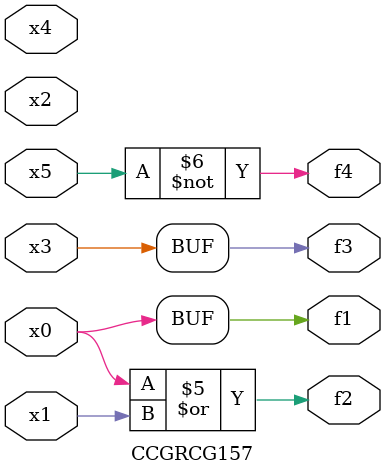
<source format=v>

module CCGRCG157 ( 
    x0, x1, x2, x3, x4, x5,
    f1, f2, f3, f4  );
  input  x0, x1, x2, x3, x4, x5;
  output f1, f2, f3, f4;
  wire new_n11_, new_n12_;
  assign new_n11_ = ~x0;
  assign new_n12_ = ~x1;
  assign f2 = ~new_n11_ | ~new_n12_;
  assign f4 = ~x5;
  assign f1 = x0;
  assign f3 = x3;
endmodule



</source>
